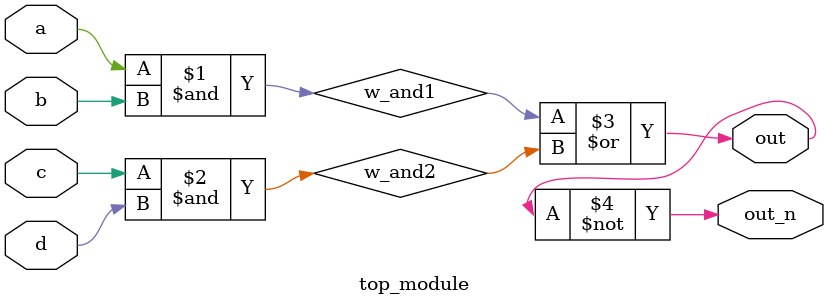
<source format=v>
module top_module(
    input a,
    input b,
    input c,
    input d,
    output out,
    output out_n   ); 
    wire w_and1,w_and2;
    assign w_and1=a&b;
    assign w_and2=c&d;
    assign out=w_and1|w_and2;
    assign out_n=~out;

endmodule

</source>
